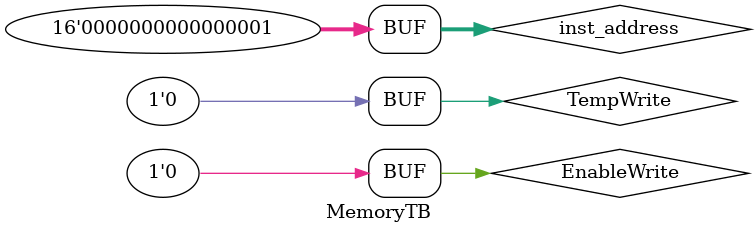
<source format=v>
`timescale 1ns / 1ps

module MemoryTB();
    reg [15:0] inst_address;
    wire [31:0] instruct;
    wire [14:0] data_address;
    reg EnableWrite;
    wire [31:0] read_data;
    InstructionMemory IMTest(.inst_address(inst_address), .read_data(instruct));
    wire [2:0] opcode;
    wire [4:0] reg_addr_0;
    wire [4:0] reg_addr_1;
    wire [4:0] reg_addr_2;
    Decoder decoding(.inst(instruct), .opcode(opcode), .reg_addr_0(reg_addr_0), .reg_addr_1(reg_addr_1), .reg_addr_2(reg_addr_2), .addr(data_address));
    reg [4:0] write_address_0;
    reg TempWrite;
    reg [31:0] TempData;
    wire [31:0] TempRead;
    RegisterFile RFing(.read_address_0(reg_addr_0), .read_address_1(reg_addr_1), .write_address_0(write_address_0), .write_en(TempWrite), .write_data(TempData), .read_data_0(read_data), .read_data_1(TempRead));
    wire [31:0] Out;
    DataMemory DMTest(.data_address(data_address), .write_en(EnableWrite), .write_data(read_data),.write_address_0(data_address) ,.read_data(Out));
    initial begin
        EnableWrite <= 1;
        TempWrite <= 0;
        inst_address <= 5; 
        #10
        EnableWrite <= 0;
        inst_address <= 1; 
    end
endmodule

</source>
